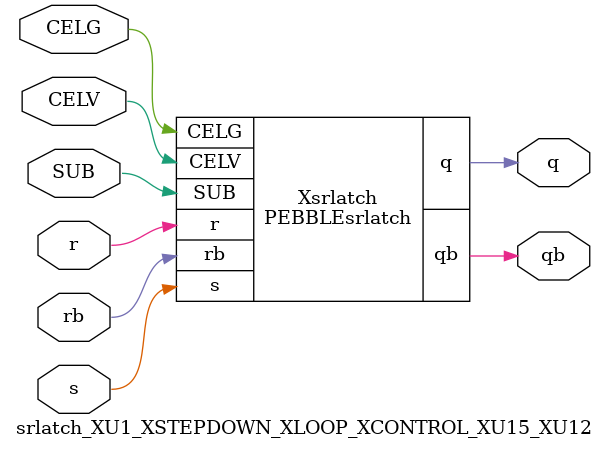
<source format=v>



module PEBBLEsrlatch ( q, qb, CELG, CELV, SUB, r, rb, s );

  input CELV;
  input s;
  output q;
  input rb;
  input r;
  input SUB;
  input CELG;
  output qb;
endmodule

//Celera Confidential Do Not Copy srlatch_XU1_XSTEPDOWN_XLOOP_XCONTROL_XU15_XU12
//Celera Confidential Symbol Generator
//SR Latch
module srlatch_XU1_XSTEPDOWN_XLOOP_XCONTROL_XU15_XU12 (CELV,CELG,s,r,rb,q,qb,SUB);
input CELV;
input CELG;
input s;
input r;
input rb;
input SUB;
output q;
output qb;

//Celera Confidential Do Not Copy srlatch
PEBBLEsrlatch Xsrlatch(
.CELV (CELV),
.r (r),
.s (s),
.q (q),
.qb (qb),
.rb (rb),
.SUB (SUB),
.CELG (CELG)
);
//,diesize,PEBBLEsrlatch

//Celera Confidential Do Not Copy Module End
//Celera Schematic Generator
endmodule

</source>
